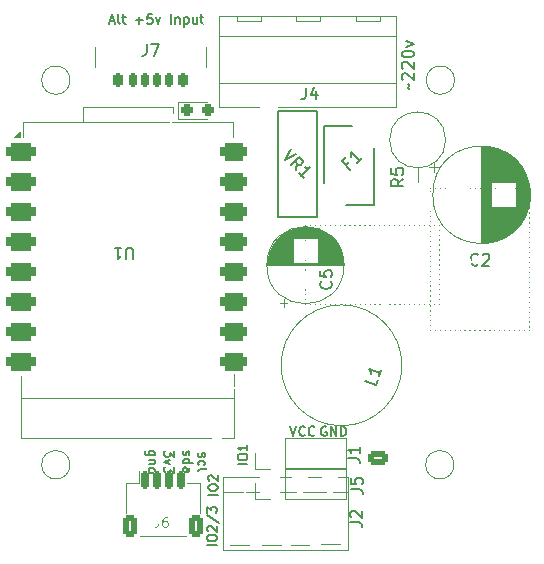
<source format=gbr>
%TF.GenerationSoftware,KiCad,Pcbnew,8.0.8*%
%TF.CreationDate,2025-02-25T00:33:20+03:00*%
%TF.ProjectId,SMHome_UniversalRound_ESP32_C3_Mini_v3,534d486f-6d65-45f5-956e-697665727361,12*%
%TF.SameCoordinates,Original*%
%TF.FileFunction,Legend,Top*%
%TF.FilePolarity,Positive*%
%FSLAX46Y46*%
G04 Gerber Fmt 4.6, Leading zero omitted, Abs format (unit mm)*
G04 Created by KiCad (PCBNEW 8.0.8) date 2025-02-25 00:33:20*
%MOMM*%
%LPD*%
G01*
G04 APERTURE LIST*
G04 Aperture macros list*
%AMRoundRect*
0 Rectangle with rounded corners*
0 $1 Rounding radius*
0 $2 $3 $4 $5 $6 $7 $8 $9 X,Y pos of 4 corners*
0 Add a 4 corners polygon primitive as box body*
4,1,4,$2,$3,$4,$5,$6,$7,$8,$9,$2,$3,0*
0 Add four circle primitives for the rounded corners*
1,1,$1+$1,$2,$3*
1,1,$1+$1,$4,$5*
1,1,$1+$1,$6,$7*
1,1,$1+$1,$8,$9*
0 Add four rect primitives between the rounded corners*
20,1,$1+$1,$2,$3,$4,$5,0*
20,1,$1+$1,$4,$5,$6,$7,0*
20,1,$1+$1,$6,$7,$8,$9,0*
20,1,$1+$1,$8,$9,$2,$3,0*%
G04 Aperture macros list end*
%ADD10C,0.100000*%
%ADD11C,0.150000*%
%ADD12C,0.200000*%
%ADD13C,0.120000*%
%ADD14R,1.700000X1.700000*%
%ADD15O,1.700000X1.700000*%
%ADD16C,2.400000*%
%ADD17O,2.400000X2.400000*%
%ADD18RoundRect,0.175000X0.175000X0.425000X-0.175000X0.425000X-0.175000X-0.425000X0.175000X-0.425000X0*%
%ADD19RoundRect,0.190000X-0.190000X-0.410000X0.190000X-0.410000X0.190000X0.410000X-0.190000X0.410000X0*%
%ADD20RoundRect,0.200000X-0.200000X-0.400000X0.200000X-0.400000X0.200000X0.400000X-0.200000X0.400000X0*%
%ADD21RoundRect,0.175000X-0.175000X-0.425000X0.175000X-0.425000X0.175000X0.425000X-0.175000X0.425000X0*%
%ADD22RoundRect,0.190000X0.190000X0.410000X-0.190000X0.410000X-0.190000X-0.410000X0.190000X-0.410000X0*%
%ADD23RoundRect,0.200000X0.200000X0.400000X-0.200000X0.400000X-0.200000X-0.400000X0.200000X-0.400000X0*%
%ADD24O,1.100000X1.700000*%
%ADD25C,2.200000*%
%ADD26RoundRect,0.237500X-0.287500X-0.237500X0.287500X-0.237500X0.287500X0.237500X-0.287500X0.237500X0*%
%ADD27R,1.600000X1.600000*%
%ADD28C,1.600000*%
%ADD29C,2.600000*%
%ADD30RoundRect,0.381000X-0.762000X-0.381000X0.762000X-0.381000X0.762000X0.381000X-0.762000X0.381000X0*%
%ADD31RoundRect,0.381000X-0.869000X-0.381000X0.869000X-0.381000X0.869000X0.381000X-0.869000X0.381000X0*%
%ADD32C,2.500000*%
%ADD33R,1.650000X1.650000*%
%ADD34C,1.800000*%
%ADD35RoundRect,0.150000X-0.150000X-0.625000X0.150000X-0.625000X0.150000X0.625000X-0.150000X0.625000X0*%
%ADD36RoundRect,0.250000X-0.350000X-0.650000X0.350000X-0.650000X0.350000X0.650000X-0.350000X0.650000X0*%
%ADD37RoundRect,0.250000X-0.625000X0.350000X-0.625000X-0.350000X0.625000X-0.350000X0.625000X0.350000X0*%
%ADD38O,1.750000X1.200000*%
%ADD39C,0.800000*%
%ADD40C,1.500000*%
G04 APERTURE END LIST*
D10*
X4826000Y4052580D02*
X4846000Y4052580D01*
X5246000Y4052580D02*
X5266000Y4052580D01*
X5666000Y4052580D02*
X5686000Y4052580D01*
X6086000Y4052580D02*
X6106000Y4052580D01*
X6506000Y4052580D02*
X6526000Y4052580D01*
X6926000Y4052580D02*
X6946000Y4052580D01*
X7346000Y4052580D02*
X7366000Y4052580D01*
X7766000Y4052580D02*
X7786000Y4052580D01*
X8186000Y4052580D02*
X8206000Y4052580D01*
X8606000Y4052580D02*
X8626000Y4052580D01*
X9026000Y4052580D02*
X9046000Y4052580D01*
X9446000Y4052580D02*
X9466000Y4052580D01*
X9866000Y4052580D02*
X9886000Y4052580D01*
X10286000Y4052580D02*
X10306000Y4052580D01*
X10706000Y4052580D02*
X10726000Y4052580D01*
X11126000Y4052580D02*
X11146000Y4052580D01*
X11546000Y4052580D02*
X11566000Y4052580D01*
X11966000Y4052580D02*
X11986000Y4052580D01*
X12386000Y4052580D02*
X12406000Y4052580D01*
X12806000Y4052580D02*
X12826000Y4052580D01*
X13226000Y4052580D02*
X13246000Y4052580D01*
X13646000Y4052580D02*
X13666000Y4052580D01*
X14066000Y4052580D02*
X14086000Y4052580D01*
X14486000Y4052580D02*
X14506000Y4052580D01*
X14906000Y4052580D02*
X14926000Y4052580D01*
X15326000Y4052580D02*
X15346000Y4052580D01*
X15746000Y4052580D02*
X15766000Y4052580D01*
X16166000Y4052580D02*
X16186000Y4052580D01*
X16205200Y4052580D02*
X16205200Y4032580D01*
X16205200Y3632580D02*
X16205200Y3612580D01*
X16205200Y3212580D02*
X16205200Y3192580D01*
X16205200Y2792580D02*
X16205200Y2772580D01*
X16205200Y2372580D02*
X16205200Y2352580D01*
X16205200Y1952580D02*
X16205200Y1932580D01*
X16205200Y1532580D02*
X16205200Y1512580D01*
X16205200Y1112580D02*
X16205200Y1092580D01*
X16205200Y692580D02*
X16205200Y672580D01*
X16205200Y272580D02*
X16205200Y252580D01*
X16205200Y-147420D02*
X16205200Y-167420D01*
X16205200Y-567420D02*
X16205200Y-587420D01*
X16205200Y-987420D02*
X16205200Y-1007420D01*
X16205200Y-1407420D02*
X16205200Y-1427420D01*
X16205200Y-1827420D02*
X16205200Y-1847420D01*
X16205200Y-2247420D02*
X16205200Y-2267420D01*
X16205200Y-2667420D02*
X16205200Y-2687420D01*
X16205200Y-2703820D02*
X16185200Y-2703820D01*
X15785200Y-2703820D02*
X15765200Y-2703820D01*
X15365200Y-2703820D02*
X15345200Y-2703820D01*
X14945200Y-2703820D02*
X14925200Y-2703820D01*
X14525200Y-2703820D02*
X14505200Y-2703820D01*
X14105200Y-2703820D02*
X14085200Y-2703820D01*
X13685200Y-2703820D02*
X13665200Y-2703820D01*
X13265200Y-2703820D02*
X13245200Y-2703820D01*
X12845200Y-2703820D02*
X12825200Y-2703820D01*
X12425200Y-2703820D02*
X12405200Y-2703820D01*
X12005200Y-2703820D02*
X11985200Y-2703820D01*
X11585200Y-2703820D02*
X11565200Y-2703820D01*
X11165200Y-2703820D02*
X11145200Y-2703820D01*
X10745200Y-2703820D02*
X10725200Y-2703820D01*
X10325200Y-2703820D02*
X10305200Y-2703820D01*
X9905200Y-2703820D02*
X9885200Y-2703820D01*
X9485200Y-2703820D02*
X9465200Y-2703820D01*
X9065200Y-2703820D02*
X9045200Y-2703820D01*
X8645200Y-2703820D02*
X8625200Y-2703820D01*
X8225200Y-2703820D02*
X8205200Y-2703820D01*
X7805200Y-2703820D02*
X7785200Y-2703820D01*
X7385200Y-2703820D02*
X7365200Y-2703820D01*
X6965200Y-2703820D02*
X6945200Y-2703820D01*
X6545200Y-2703820D02*
X6525200Y-2703820D01*
X6125200Y-2703820D02*
X6105200Y-2703820D01*
X5705200Y-2703820D02*
X5685200Y-2703820D01*
X5285200Y-2703820D02*
X5265200Y-2703820D01*
X4865200Y-2703820D02*
X4845200Y-2703820D01*
X4826000Y-2703820D02*
X4826000Y-2683820D01*
X4826000Y-2283820D02*
X4826000Y-2263820D01*
X4826000Y-1863820D02*
X4826000Y-1843820D01*
X4826000Y-1443820D02*
X4826000Y-1423820D01*
X4826000Y-1023820D02*
X4826000Y-1003820D01*
X4826000Y-603820D02*
X4826000Y-583820D01*
X4826000Y-183820D02*
X4826000Y-163820D01*
X4826000Y236180D02*
X4826000Y256180D01*
X4826000Y656180D02*
X4826000Y676180D01*
X4826000Y1076180D02*
X4826000Y1096180D01*
X4826000Y1496180D02*
X4826000Y1516180D01*
X4826000Y1916180D02*
X4826000Y1936180D01*
X4826000Y2336180D02*
X4826000Y2356180D01*
X4826000Y2756180D02*
X4826000Y2776180D01*
X4826000Y3176180D02*
X4826000Y3196180D01*
X4826000Y3596180D02*
X4826000Y3616180D01*
X4826000Y4016180D02*
X4826000Y4036180D01*
X15443200Y7188200D02*
X15463200Y7188200D01*
X15863200Y7188200D02*
X15883200Y7188200D01*
X16283200Y7188200D02*
X16303200Y7188200D01*
X16703200Y7188200D02*
X16723200Y7188200D01*
X17123200Y7188200D02*
X17143200Y7188200D01*
X17543200Y7188200D02*
X17563200Y7188200D01*
X17963200Y7188200D02*
X17983200Y7188200D01*
X18383200Y7188200D02*
X18403200Y7188200D01*
X18803200Y7188200D02*
X18823200Y7188200D01*
X19223200Y7188200D02*
X19243200Y7188200D01*
X19643200Y7188200D02*
X19663200Y7188200D01*
X20063200Y7188200D02*
X20083200Y7188200D01*
X20483200Y7188200D02*
X20503200Y7188200D01*
X20903200Y7188200D02*
X20923200Y7188200D01*
X21323200Y7188200D02*
X21343200Y7188200D01*
X21743200Y7188200D02*
X21763200Y7188200D01*
X22163200Y7188200D02*
X22183200Y7188200D01*
X22583200Y7188200D02*
X22603200Y7188200D01*
X23003200Y7188200D02*
X23023200Y7188200D01*
X23423200Y7188200D02*
X23443200Y7188200D01*
X23825200Y7188200D02*
X23825200Y7168200D01*
X23825200Y6768200D02*
X23825200Y6748200D01*
X23825200Y6348200D02*
X23825200Y6328200D01*
X23825200Y5928200D02*
X23825200Y5908200D01*
X23825200Y5508200D02*
X23825200Y5488200D01*
X23825200Y5088200D02*
X23825200Y5068200D01*
X23825200Y4668200D02*
X23825200Y4648200D01*
X23825200Y4248200D02*
X23825200Y4228200D01*
X23825200Y3828200D02*
X23825200Y3808200D01*
X23825200Y3408200D02*
X23825200Y3388200D01*
X23825200Y2988200D02*
X23825200Y2968200D01*
X23825200Y2568200D02*
X23825200Y2548200D01*
X23825200Y2148200D02*
X23825200Y2128200D01*
X23825200Y1728200D02*
X23825200Y1708200D01*
X23825200Y1308200D02*
X23825200Y1288200D01*
X23825200Y888200D02*
X23825200Y868200D01*
X23825200Y468200D02*
X23825200Y448200D01*
X23825200Y48200D02*
X23825200Y28200D01*
X23825200Y-371800D02*
X23825200Y-391800D01*
X23825200Y-791800D02*
X23825200Y-811800D01*
X23825200Y-1211800D02*
X23825200Y-1231800D01*
X23825200Y-1631800D02*
X23825200Y-1651800D01*
X23825200Y-2051800D02*
X23825200Y-2071800D01*
X23825200Y-2471800D02*
X23825200Y-2491800D01*
X23825200Y-2891800D02*
X23825200Y-2911800D01*
X23825200Y-3311800D02*
X23825200Y-3331800D01*
X23825200Y-3731800D02*
X23825200Y-3751800D01*
X23825200Y-4151800D02*
X23825200Y-4171800D01*
X23825200Y-4571800D02*
X23825200Y-4591800D01*
X23825200Y-4902200D02*
X23805200Y-4902200D01*
X23405200Y-4902200D02*
X23385200Y-4902200D01*
X22985200Y-4902200D02*
X22965200Y-4902200D01*
X22565200Y-4902200D02*
X22545200Y-4902200D01*
X22145200Y-4902200D02*
X22125200Y-4902200D01*
X21725200Y-4902200D02*
X21705200Y-4902200D01*
X21305200Y-4902200D02*
X21285200Y-4902200D01*
X20885200Y-4902200D02*
X20865200Y-4902200D01*
X20465200Y-4902200D02*
X20445200Y-4902200D01*
X20045200Y-4902200D02*
X20025200Y-4902200D01*
X19625200Y-4902200D02*
X19605200Y-4902200D01*
X19205200Y-4902200D02*
X19185200Y-4902200D01*
X18785200Y-4902200D02*
X18765200Y-4902200D01*
X18365200Y-4902200D02*
X18345200Y-4902200D01*
X17945200Y-4902200D02*
X17925200Y-4902200D01*
X17525200Y-4902200D02*
X17505200Y-4902200D01*
X17105200Y-4902200D02*
X17085200Y-4902200D01*
X16685200Y-4902200D02*
X16665200Y-4902200D01*
X16265200Y-4902200D02*
X16245200Y-4902200D01*
X15845200Y-4902200D02*
X15825200Y-4902200D01*
X15443200Y-4902200D02*
X15443200Y-4882200D01*
X15443200Y-4482200D02*
X15443200Y-4462200D01*
X15443200Y-4062200D02*
X15443200Y-4042200D01*
X15443200Y-3642200D02*
X15443200Y-3622200D01*
X15443200Y-3222200D02*
X15443200Y-3202200D01*
X15443200Y-2802200D02*
X15443200Y-2782200D01*
X15443200Y-2382200D02*
X15443200Y-2362200D01*
X15443200Y-1962200D02*
X15443200Y-1942200D01*
X15443200Y-1542200D02*
X15443200Y-1522200D01*
X15443200Y-1122200D02*
X15443200Y-1102200D01*
X15443200Y-702200D02*
X15443200Y-682200D01*
X15443200Y-282200D02*
X15443200Y-262200D01*
X15443200Y137800D02*
X15443200Y157800D01*
X15443200Y557800D02*
X15443200Y577800D01*
X15443200Y977800D02*
X15443200Y997800D01*
X15443200Y1397800D02*
X15443200Y1417800D01*
X15443200Y1817800D02*
X15443200Y1837800D01*
X15443200Y2237800D02*
X15443200Y2257800D01*
X15443200Y2657800D02*
X15443200Y2677800D01*
X15443200Y3077800D02*
X15443200Y3097800D01*
X15443200Y3497800D02*
X15443200Y3517800D01*
X15443200Y3917800D02*
X15443200Y3937800D01*
X15443200Y4337800D02*
X15443200Y4357800D01*
X15443200Y4757800D02*
X15443200Y4777800D01*
X15443200Y5177800D02*
X15443200Y5197800D01*
X15443200Y5597800D02*
X15443200Y5617800D01*
X15443200Y6017800D02*
X15443200Y6037800D01*
X15443200Y6437800D02*
X15443200Y6457800D01*
X15443200Y6857800D02*
X15443200Y6877800D01*
D11*
X6651807Y-13076990D02*
X6575617Y-13038895D01*
X6575617Y-13038895D02*
X6461331Y-13038895D01*
X6461331Y-13038895D02*
X6347045Y-13076990D01*
X6347045Y-13076990D02*
X6270855Y-13153180D01*
X6270855Y-13153180D02*
X6232760Y-13229371D01*
X6232760Y-13229371D02*
X6194664Y-13381752D01*
X6194664Y-13381752D02*
X6194664Y-13496038D01*
X6194664Y-13496038D02*
X6232760Y-13648419D01*
X6232760Y-13648419D02*
X6270855Y-13724609D01*
X6270855Y-13724609D02*
X6347045Y-13800800D01*
X6347045Y-13800800D02*
X6461331Y-13838895D01*
X6461331Y-13838895D02*
X6537522Y-13838895D01*
X6537522Y-13838895D02*
X6651807Y-13800800D01*
X6651807Y-13800800D02*
X6689903Y-13762704D01*
X6689903Y-13762704D02*
X6689903Y-13496038D01*
X6689903Y-13496038D02*
X6537522Y-13496038D01*
X7032760Y-13838895D02*
X7032760Y-13038895D01*
X7032760Y-13038895D02*
X7489903Y-13838895D01*
X7489903Y-13838895D02*
X7489903Y-13038895D01*
X7870855Y-13838895D02*
X7870855Y-13038895D01*
X7870855Y-13038895D02*
X8061331Y-13038895D01*
X8061331Y-13038895D02*
X8175617Y-13076990D01*
X8175617Y-13076990D02*
X8251807Y-13153180D01*
X8251807Y-13153180D02*
X8289902Y-13229371D01*
X8289902Y-13229371D02*
X8327998Y-13381752D01*
X8327998Y-13381752D02*
X8327998Y-13496038D01*
X8327998Y-13496038D02*
X8289902Y-13648419D01*
X8289902Y-13648419D02*
X8251807Y-13724609D01*
X8251807Y-13724609D02*
X8175617Y-13800800D01*
X8175617Y-13800800D02*
X8061331Y-13838895D01*
X8061331Y-13838895D02*
X7870855Y-13838895D01*
X-6282496Y-15097369D02*
X-6282496Y-15592607D01*
X-6282496Y-15592607D02*
X-6587258Y-15325941D01*
X-6587258Y-15325941D02*
X-6587258Y-15440226D01*
X-6587258Y-15440226D02*
X-6625353Y-15516417D01*
X-6625353Y-15516417D02*
X-6663448Y-15554512D01*
X-6663448Y-15554512D02*
X-6739639Y-15592607D01*
X-6739639Y-15592607D02*
X-6930115Y-15592607D01*
X-6930115Y-15592607D02*
X-7006305Y-15554512D01*
X-7006305Y-15554512D02*
X-7044400Y-15516417D01*
X-7044400Y-15516417D02*
X-7082496Y-15440226D01*
X-7082496Y-15440226D02*
X-7082496Y-15211655D01*
X-7082496Y-15211655D02*
X-7044400Y-15135464D01*
X-7044400Y-15135464D02*
X-7006305Y-15097369D01*
X-6549162Y-15859274D02*
X-7082496Y-16049750D01*
X-7082496Y-16049750D02*
X-6549162Y-16240227D01*
X-6282496Y-16468798D02*
X-6282496Y-16964036D01*
X-6282496Y-16964036D02*
X-6587258Y-16697370D01*
X-6587258Y-16697370D02*
X-6587258Y-16811655D01*
X-6587258Y-16811655D02*
X-6625353Y-16887846D01*
X-6625353Y-16887846D02*
X-6663448Y-16925941D01*
X-6663448Y-16925941D02*
X-6739639Y-16964036D01*
X-6739639Y-16964036D02*
X-6930115Y-16964036D01*
X-6930115Y-16964036D02*
X-7006305Y-16925941D01*
X-7006305Y-16925941D02*
X-7044400Y-16887846D01*
X-7044400Y-16887846D02*
X-7082496Y-16811655D01*
X-7082496Y-16811655D02*
X-7082496Y-16583084D01*
X-7082496Y-16583084D02*
X-7044400Y-16506893D01*
X-7044400Y-16506893D02*
X-7006305Y-16468798D01*
X-2645705Y-23078839D02*
X-3445705Y-23078839D01*
X-3445705Y-22545506D02*
X-3445705Y-22393125D01*
X-3445705Y-22393125D02*
X-3407610Y-22316935D01*
X-3407610Y-22316935D02*
X-3331420Y-22240744D01*
X-3331420Y-22240744D02*
X-3179039Y-22202649D01*
X-3179039Y-22202649D02*
X-2912372Y-22202649D01*
X-2912372Y-22202649D02*
X-2759991Y-22240744D01*
X-2759991Y-22240744D02*
X-2683800Y-22316935D01*
X-2683800Y-22316935D02*
X-2645705Y-22393125D01*
X-2645705Y-22393125D02*
X-2645705Y-22545506D01*
X-2645705Y-22545506D02*
X-2683800Y-22621697D01*
X-2683800Y-22621697D02*
X-2759991Y-22697887D01*
X-2759991Y-22697887D02*
X-2912372Y-22735983D01*
X-2912372Y-22735983D02*
X-3179039Y-22735983D01*
X-3179039Y-22735983D02*
X-3331420Y-22697887D01*
X-3331420Y-22697887D02*
X-3407610Y-22621697D01*
X-3407610Y-22621697D02*
X-3445705Y-22545506D01*
X-3369515Y-21897888D02*
X-3407610Y-21859792D01*
X-3407610Y-21859792D02*
X-3445705Y-21783602D01*
X-3445705Y-21783602D02*
X-3445705Y-21593126D01*
X-3445705Y-21593126D02*
X-3407610Y-21516935D01*
X-3407610Y-21516935D02*
X-3369515Y-21478840D01*
X-3369515Y-21478840D02*
X-3293324Y-21440745D01*
X-3293324Y-21440745D02*
X-3217134Y-21440745D01*
X-3217134Y-21440745D02*
X-3102848Y-21478840D01*
X-3102848Y-21478840D02*
X-2645705Y-21935983D01*
X-2645705Y-21935983D02*
X-2645705Y-21440745D01*
X-3483800Y-20526459D02*
X-2455229Y-21212173D01*
X-3445705Y-20335983D02*
X-3445705Y-19840745D01*
X-3445705Y-19840745D02*
X-3140943Y-20107411D01*
X-3140943Y-20107411D02*
X-3140943Y-19993126D01*
X-3140943Y-19993126D02*
X-3102848Y-19916935D01*
X-3102848Y-19916935D02*
X-3064753Y-19878840D01*
X-3064753Y-19878840D02*
X-2988562Y-19840745D01*
X-2988562Y-19840745D02*
X-2798086Y-19840745D01*
X-2798086Y-19840745D02*
X-2721896Y-19878840D01*
X-2721896Y-19878840D02*
X-2683800Y-19916935D01*
X-2683800Y-19916935D02*
X-2645705Y-19993126D01*
X-2645705Y-19993126D02*
X-2645705Y-20221697D01*
X-2645705Y-20221697D02*
X-2683800Y-20297888D01*
X-2683800Y-20297888D02*
X-2721896Y-20335983D01*
X-4148800Y-15287864D02*
X-4186896Y-15364055D01*
X-4186896Y-15364055D02*
X-4186896Y-15516436D01*
X-4186896Y-15516436D02*
X-4148800Y-15592626D01*
X-4148800Y-15592626D02*
X-4072610Y-15630722D01*
X-4072610Y-15630722D02*
X-4034515Y-15630722D01*
X-4034515Y-15630722D02*
X-3958324Y-15592626D01*
X-3958324Y-15592626D02*
X-3920229Y-15516436D01*
X-3920229Y-15516436D02*
X-3920229Y-15402150D01*
X-3920229Y-15402150D02*
X-3882134Y-15325960D01*
X-3882134Y-15325960D02*
X-3805943Y-15287864D01*
X-3805943Y-15287864D02*
X-3767848Y-15287864D01*
X-3767848Y-15287864D02*
X-3691658Y-15325960D01*
X-3691658Y-15325960D02*
X-3653562Y-15402150D01*
X-3653562Y-15402150D02*
X-3653562Y-15516436D01*
X-3653562Y-15516436D02*
X-3691658Y-15592626D01*
X-4148800Y-16316436D02*
X-4186896Y-16240245D01*
X-4186896Y-16240245D02*
X-4186896Y-16087864D01*
X-4186896Y-16087864D02*
X-4148800Y-16011674D01*
X-4148800Y-16011674D02*
X-4110705Y-15973579D01*
X-4110705Y-15973579D02*
X-4034515Y-15935483D01*
X-4034515Y-15935483D02*
X-3805943Y-15935483D01*
X-3805943Y-15935483D02*
X-3729753Y-15973579D01*
X-3729753Y-15973579D02*
X-3691658Y-16011674D01*
X-3691658Y-16011674D02*
X-3653562Y-16087864D01*
X-3653562Y-16087864D02*
X-3653562Y-16240245D01*
X-3653562Y-16240245D02*
X-3691658Y-16316436D01*
X-4186896Y-16773578D02*
X-4148800Y-16697388D01*
X-4148800Y-16697388D02*
X-4072610Y-16659293D01*
X-4072610Y-16659293D02*
X-3386896Y-16659293D01*
X-5444200Y-15135464D02*
X-5482296Y-15211655D01*
X-5482296Y-15211655D02*
X-5482296Y-15364036D01*
X-5482296Y-15364036D02*
X-5444200Y-15440226D01*
X-5444200Y-15440226D02*
X-5368010Y-15478322D01*
X-5368010Y-15478322D02*
X-5329915Y-15478322D01*
X-5329915Y-15478322D02*
X-5253724Y-15440226D01*
X-5253724Y-15440226D02*
X-5215629Y-15364036D01*
X-5215629Y-15364036D02*
X-5215629Y-15249750D01*
X-5215629Y-15249750D02*
X-5177534Y-15173560D01*
X-5177534Y-15173560D02*
X-5101343Y-15135464D01*
X-5101343Y-15135464D02*
X-5063248Y-15135464D01*
X-5063248Y-15135464D02*
X-4987058Y-15173560D01*
X-4987058Y-15173560D02*
X-4948962Y-15249750D01*
X-4948962Y-15249750D02*
X-4948962Y-15364036D01*
X-4948962Y-15364036D02*
X-4987058Y-15440226D01*
X-5482296Y-16164036D02*
X-4682296Y-16164036D01*
X-5444200Y-16164036D02*
X-5482296Y-16087845D01*
X-5482296Y-16087845D02*
X-5482296Y-15935464D01*
X-5482296Y-15935464D02*
X-5444200Y-15859274D01*
X-5444200Y-15859274D02*
X-5406105Y-15821179D01*
X-5406105Y-15821179D02*
X-5329915Y-15783083D01*
X-5329915Y-15783083D02*
X-5101343Y-15783083D01*
X-5101343Y-15783083D02*
X-5025153Y-15821179D01*
X-5025153Y-15821179D02*
X-4987058Y-15859274D01*
X-4987058Y-15859274D02*
X-4948962Y-15935464D01*
X-4948962Y-15935464D02*
X-4948962Y-16087845D01*
X-4948962Y-16087845D02*
X-4987058Y-16164036D01*
X-5482296Y-16887846D02*
X-5063248Y-16887846D01*
X-5063248Y-16887846D02*
X-4987058Y-16849751D01*
X-4987058Y-16849751D02*
X-4948962Y-16773560D01*
X-4948962Y-16773560D02*
X-4948962Y-16621179D01*
X-4948962Y-16621179D02*
X-4987058Y-16544989D01*
X-5444200Y-16887846D02*
X-5482296Y-16811655D01*
X-5482296Y-16811655D02*
X-5482296Y-16621179D01*
X-5482296Y-16621179D02*
X-5444200Y-16544989D01*
X-5444200Y-16544989D02*
X-5368010Y-16506893D01*
X-5368010Y-16506893D02*
X-5291820Y-16506893D01*
X-5291820Y-16506893D02*
X-5215629Y-16544989D01*
X-5215629Y-16544989D02*
X-5177534Y-16621179D01*
X-5177534Y-16621179D02*
X-5177534Y-16811655D01*
X-5177534Y-16811655D02*
X-5139439Y-16887846D01*
X-7869962Y-15491017D02*
X-8517581Y-15491017D01*
X-8517581Y-15491017D02*
X-8593772Y-15452922D01*
X-8593772Y-15452922D02*
X-8631867Y-15414826D01*
X-8631867Y-15414826D02*
X-8669962Y-15338636D01*
X-8669962Y-15338636D02*
X-8669962Y-15224350D01*
X-8669962Y-15224350D02*
X-8631867Y-15148160D01*
X-8365200Y-15491017D02*
X-8403296Y-15414826D01*
X-8403296Y-15414826D02*
X-8403296Y-15262445D01*
X-8403296Y-15262445D02*
X-8365200Y-15186255D01*
X-8365200Y-15186255D02*
X-8327105Y-15148160D01*
X-8327105Y-15148160D02*
X-8250915Y-15110064D01*
X-8250915Y-15110064D02*
X-8022343Y-15110064D01*
X-8022343Y-15110064D02*
X-7946153Y-15148160D01*
X-7946153Y-15148160D02*
X-7908058Y-15186255D01*
X-7908058Y-15186255D02*
X-7869962Y-15262445D01*
X-7869962Y-15262445D02*
X-7869962Y-15414826D01*
X-7869962Y-15414826D02*
X-7908058Y-15491017D01*
X-7869962Y-15871970D02*
X-8403296Y-15871970D01*
X-7946153Y-15871970D02*
X-7908058Y-15910065D01*
X-7908058Y-15910065D02*
X-7869962Y-15986255D01*
X-7869962Y-15986255D02*
X-7869962Y-16100541D01*
X-7869962Y-16100541D02*
X-7908058Y-16176732D01*
X-7908058Y-16176732D02*
X-7984248Y-16214827D01*
X-7984248Y-16214827D02*
X-8403296Y-16214827D01*
X-8403296Y-16938637D02*
X-7603296Y-16938637D01*
X-8365200Y-16938637D02*
X-8403296Y-16862446D01*
X-8403296Y-16862446D02*
X-8403296Y-16710065D01*
X-8403296Y-16710065D02*
X-8365200Y-16633875D01*
X-8365200Y-16633875D02*
X-8327105Y-16595780D01*
X-8327105Y-16595780D02*
X-8250915Y-16557684D01*
X-8250915Y-16557684D02*
X-8022343Y-16557684D01*
X-8022343Y-16557684D02*
X-7946153Y-16595780D01*
X-7946153Y-16595780D02*
X-7908058Y-16633875D01*
X-7908058Y-16633875D02*
X-7869962Y-16710065D01*
X-7869962Y-16710065D02*
X-7869962Y-16862446D01*
X-7869962Y-16862446D02*
X-7908058Y-16938637D01*
X3578474Y-13038895D02*
X3845141Y-13838895D01*
X3845141Y-13838895D02*
X4111807Y-13038895D01*
X4835617Y-13762704D02*
X4797521Y-13800800D01*
X4797521Y-13800800D02*
X4683236Y-13838895D01*
X4683236Y-13838895D02*
X4607045Y-13838895D01*
X4607045Y-13838895D02*
X4492759Y-13800800D01*
X4492759Y-13800800D02*
X4416569Y-13724609D01*
X4416569Y-13724609D02*
X4378474Y-13648419D01*
X4378474Y-13648419D02*
X4340378Y-13496038D01*
X4340378Y-13496038D02*
X4340378Y-13381752D01*
X4340378Y-13381752D02*
X4378474Y-13229371D01*
X4378474Y-13229371D02*
X4416569Y-13153180D01*
X4416569Y-13153180D02*
X4492759Y-13076990D01*
X4492759Y-13076990D02*
X4607045Y-13038895D01*
X4607045Y-13038895D02*
X4683236Y-13038895D01*
X4683236Y-13038895D02*
X4797521Y-13076990D01*
X4797521Y-13076990D02*
X4835617Y-13115085D01*
X5635617Y-13762704D02*
X5597521Y-13800800D01*
X5597521Y-13800800D02*
X5483236Y-13838895D01*
X5483236Y-13838895D02*
X5407045Y-13838895D01*
X5407045Y-13838895D02*
X5292759Y-13800800D01*
X5292759Y-13800800D02*
X5216569Y-13724609D01*
X5216569Y-13724609D02*
X5178474Y-13648419D01*
X5178474Y-13648419D02*
X5140378Y-13496038D01*
X5140378Y-13496038D02*
X5140378Y-13381752D01*
X5140378Y-13381752D02*
X5178474Y-13229371D01*
X5178474Y-13229371D02*
X5216569Y-13153180D01*
X5216569Y-13153180D02*
X5292759Y-13076990D01*
X5292759Y-13076990D02*
X5407045Y-13038895D01*
X5407045Y-13038895D02*
X5483236Y-13038895D01*
X5483236Y-13038895D02*
X5597521Y-13076990D01*
X5597521Y-13076990D02*
X5635617Y-13115085D01*
D12*
X13659466Y15492217D02*
X13611847Y15539836D01*
X13611847Y15539836D02*
X13564228Y15635074D01*
X13564228Y15635074D02*
X13659466Y15825550D01*
X13659466Y15825550D02*
X13611847Y15920788D01*
X13611847Y15920788D02*
X13564228Y15968407D01*
X13135657Y16301741D02*
X13088038Y16349360D01*
X13088038Y16349360D02*
X13040419Y16444598D01*
X13040419Y16444598D02*
X13040419Y16682693D01*
X13040419Y16682693D02*
X13088038Y16777931D01*
X13088038Y16777931D02*
X13135657Y16825550D01*
X13135657Y16825550D02*
X13230895Y16873169D01*
X13230895Y16873169D02*
X13326133Y16873169D01*
X13326133Y16873169D02*
X13468990Y16825550D01*
X13468990Y16825550D02*
X14040419Y16254122D01*
X14040419Y16254122D02*
X14040419Y16873169D01*
X13135657Y17254122D02*
X13088038Y17301741D01*
X13088038Y17301741D02*
X13040419Y17396979D01*
X13040419Y17396979D02*
X13040419Y17635074D01*
X13040419Y17635074D02*
X13088038Y17730312D01*
X13088038Y17730312D02*
X13135657Y17777931D01*
X13135657Y17777931D02*
X13230895Y17825550D01*
X13230895Y17825550D02*
X13326133Y17825550D01*
X13326133Y17825550D02*
X13468990Y17777931D01*
X13468990Y17777931D02*
X14040419Y17206503D01*
X14040419Y17206503D02*
X14040419Y17825550D01*
X13040419Y18444598D02*
X13040419Y18539836D01*
X13040419Y18539836D02*
X13088038Y18635074D01*
X13088038Y18635074D02*
X13135657Y18682693D01*
X13135657Y18682693D02*
X13230895Y18730312D01*
X13230895Y18730312D02*
X13421371Y18777931D01*
X13421371Y18777931D02*
X13659466Y18777931D01*
X13659466Y18777931D02*
X13849942Y18730312D01*
X13849942Y18730312D02*
X13945180Y18682693D01*
X13945180Y18682693D02*
X13992800Y18635074D01*
X13992800Y18635074D02*
X14040419Y18539836D01*
X14040419Y18539836D02*
X14040419Y18444598D01*
X14040419Y18444598D02*
X13992800Y18349360D01*
X13992800Y18349360D02*
X13945180Y18301741D01*
X13945180Y18301741D02*
X13849942Y18254122D01*
X13849942Y18254122D02*
X13659466Y18206503D01*
X13659466Y18206503D02*
X13421371Y18206503D01*
X13421371Y18206503D02*
X13230895Y18254122D01*
X13230895Y18254122D02*
X13135657Y18301741D01*
X13135657Y18301741D02*
X13088038Y18349360D01*
X13088038Y18349360D02*
X13040419Y18444598D01*
X13373752Y19111265D02*
X14040419Y19349360D01*
X14040419Y19349360D02*
X13373752Y19587455D01*
D11*
X-11686936Y21289277D02*
X-11305983Y21289277D01*
X-11763126Y21060705D02*
X-11496459Y21860705D01*
X-11496459Y21860705D02*
X-11229793Y21060705D01*
X-10848841Y21060705D02*
X-10925031Y21098800D01*
X-10925031Y21098800D02*
X-10963126Y21174991D01*
X-10963126Y21174991D02*
X-10963126Y21860705D01*
X-10658364Y21594039D02*
X-10353602Y21594039D01*
X-10544078Y21860705D02*
X-10544078Y21174991D01*
X-10544078Y21174991D02*
X-10505983Y21098800D01*
X-10505983Y21098800D02*
X-10429793Y21060705D01*
X-10429793Y21060705D02*
X-10353602Y21060705D01*
X-9477411Y21365467D02*
X-8867887Y21365467D01*
X-9172649Y21060705D02*
X-9172649Y21670229D01*
X-8105983Y21860705D02*
X-8486935Y21860705D01*
X-8486935Y21860705D02*
X-8525031Y21479753D01*
X-8525031Y21479753D02*
X-8486935Y21517848D01*
X-8486935Y21517848D02*
X-8410745Y21555943D01*
X-8410745Y21555943D02*
X-8220269Y21555943D01*
X-8220269Y21555943D02*
X-8144078Y21517848D01*
X-8144078Y21517848D02*
X-8105983Y21479753D01*
X-8105983Y21479753D02*
X-8067888Y21403562D01*
X-8067888Y21403562D02*
X-8067888Y21213086D01*
X-8067888Y21213086D02*
X-8105983Y21136896D01*
X-8105983Y21136896D02*
X-8144078Y21098800D01*
X-8144078Y21098800D02*
X-8220269Y21060705D01*
X-8220269Y21060705D02*
X-8410745Y21060705D01*
X-8410745Y21060705D02*
X-8486935Y21098800D01*
X-8486935Y21098800D02*
X-8525031Y21136896D01*
X-7801221Y21594039D02*
X-7610745Y21060705D01*
X-7610745Y21060705D02*
X-7420268Y21594039D01*
X-6505982Y21060705D02*
X-6505982Y21860705D01*
X-6125030Y21594039D02*
X-6125030Y21060705D01*
X-6125030Y21517848D02*
X-6086935Y21555943D01*
X-6086935Y21555943D02*
X-6010745Y21594039D01*
X-6010745Y21594039D02*
X-5896459Y21594039D01*
X-5896459Y21594039D02*
X-5820268Y21555943D01*
X-5820268Y21555943D02*
X-5782173Y21479753D01*
X-5782173Y21479753D02*
X-5782173Y21060705D01*
X-5401220Y21594039D02*
X-5401220Y20794039D01*
X-5401220Y21555943D02*
X-5325030Y21594039D01*
X-5325030Y21594039D02*
X-5172649Y21594039D01*
X-5172649Y21594039D02*
X-5096458Y21555943D01*
X-5096458Y21555943D02*
X-5058363Y21517848D01*
X-5058363Y21517848D02*
X-5020268Y21441658D01*
X-5020268Y21441658D02*
X-5020268Y21213086D01*
X-5020268Y21213086D02*
X-5058363Y21136896D01*
X-5058363Y21136896D02*
X-5096458Y21098800D01*
X-5096458Y21098800D02*
X-5172649Y21060705D01*
X-5172649Y21060705D02*
X-5325030Y21060705D01*
X-5325030Y21060705D02*
X-5401220Y21098800D01*
X-4334553Y21594039D02*
X-4334553Y21060705D01*
X-4677410Y21594039D02*
X-4677410Y21174991D01*
X-4677410Y21174991D02*
X-4639315Y21098800D01*
X-4639315Y21098800D02*
X-4563125Y21060705D01*
X-4563125Y21060705D02*
X-4448839Y21060705D01*
X-4448839Y21060705D02*
X-4372648Y21098800D01*
X-4372648Y21098800D02*
X-4334553Y21136896D01*
X-4067886Y21594039D02*
X-3763124Y21594039D01*
X-3953600Y21860705D02*
X-3953600Y21174991D01*
X-3953600Y21174991D02*
X-3915505Y21098800D01*
X-3915505Y21098800D02*
X-3839315Y21060705D01*
X-3839315Y21060705D02*
X-3763124Y21060705D01*
X-2544105Y-18811639D02*
X-3344105Y-18811639D01*
X-3344105Y-18278306D02*
X-3344105Y-18125925D01*
X-3344105Y-18125925D02*
X-3306010Y-18049735D01*
X-3306010Y-18049735D02*
X-3229820Y-17973544D01*
X-3229820Y-17973544D02*
X-3077439Y-17935449D01*
X-3077439Y-17935449D02*
X-2810772Y-17935449D01*
X-2810772Y-17935449D02*
X-2658391Y-17973544D01*
X-2658391Y-17973544D02*
X-2582200Y-18049735D01*
X-2582200Y-18049735D02*
X-2544105Y-18125925D01*
X-2544105Y-18125925D02*
X-2544105Y-18278306D01*
X-2544105Y-18278306D02*
X-2582200Y-18354497D01*
X-2582200Y-18354497D02*
X-2658391Y-18430687D01*
X-2658391Y-18430687D02*
X-2810772Y-18468783D01*
X-2810772Y-18468783D02*
X-3077439Y-18468783D01*
X-3077439Y-18468783D02*
X-3229820Y-18430687D01*
X-3229820Y-18430687D02*
X-3306010Y-18354497D01*
X-3306010Y-18354497D02*
X-3344105Y-18278306D01*
X-3267915Y-17630688D02*
X-3306010Y-17592592D01*
X-3306010Y-17592592D02*
X-3344105Y-17516402D01*
X-3344105Y-17516402D02*
X-3344105Y-17325926D01*
X-3344105Y-17325926D02*
X-3306010Y-17249735D01*
X-3306010Y-17249735D02*
X-3267915Y-17211640D01*
X-3267915Y-17211640D02*
X-3191724Y-17173545D01*
X-3191724Y-17173545D02*
X-3115534Y-17173545D01*
X-3115534Y-17173545D02*
X-3001248Y-17211640D01*
X-3001248Y-17211640D02*
X-2544105Y-17668783D01*
X-2544105Y-17668783D02*
X-2544105Y-17173545D01*
X-29505Y-16246239D02*
X-829505Y-16246239D01*
X-829505Y-15712906D02*
X-829505Y-15560525D01*
X-829505Y-15560525D02*
X-791410Y-15484335D01*
X-791410Y-15484335D02*
X-715220Y-15408144D01*
X-715220Y-15408144D02*
X-562839Y-15370049D01*
X-562839Y-15370049D02*
X-296172Y-15370049D01*
X-296172Y-15370049D02*
X-143791Y-15408144D01*
X-143791Y-15408144D02*
X-67600Y-15484335D01*
X-67600Y-15484335D02*
X-29505Y-15560525D01*
X-29505Y-15560525D02*
X-29505Y-15712906D01*
X-29505Y-15712906D02*
X-67600Y-15789097D01*
X-67600Y-15789097D02*
X-143791Y-15865287D01*
X-143791Y-15865287D02*
X-296172Y-15903383D01*
X-296172Y-15903383D02*
X-562839Y-15903383D01*
X-562839Y-15903383D02*
X-715220Y-15865287D01*
X-715220Y-15865287D02*
X-791410Y-15789097D01*
X-791410Y-15789097D02*
X-829505Y-15712906D01*
X-29505Y-14608145D02*
X-29505Y-15065288D01*
X-29505Y-14836716D02*
X-829505Y-14836716D01*
X-829505Y-14836716D02*
X-715220Y-14912907D01*
X-715220Y-14912907D02*
X-639029Y-14989097D01*
X-639029Y-14989097D02*
X-600934Y-15065288D01*
X8471819Y-15751133D02*
X9186104Y-15751133D01*
X9186104Y-15751133D02*
X9328961Y-15798752D01*
X9328961Y-15798752D02*
X9424200Y-15893990D01*
X9424200Y-15893990D02*
X9471819Y-16036847D01*
X9471819Y-16036847D02*
X9471819Y-16132085D01*
X9471819Y-14751133D02*
X9471819Y-15322561D01*
X9471819Y-15036847D02*
X8471819Y-15036847D01*
X8471819Y-15036847D02*
X8614676Y-15132085D01*
X8614676Y-15132085D02*
X8709914Y-15227323D01*
X8709914Y-15227323D02*
X8757533Y-15322561D01*
X13154819Y7910534D02*
X12678628Y7577201D01*
X13154819Y7339106D02*
X12154819Y7339106D01*
X12154819Y7339106D02*
X12154819Y7720058D01*
X12154819Y7720058D02*
X12202438Y7815296D01*
X12202438Y7815296D02*
X12250057Y7862915D01*
X12250057Y7862915D02*
X12345295Y7910534D01*
X12345295Y7910534D02*
X12488152Y7910534D01*
X12488152Y7910534D02*
X12583390Y7862915D01*
X12583390Y7862915D02*
X12631009Y7815296D01*
X12631009Y7815296D02*
X12678628Y7720058D01*
X12678628Y7720058D02*
X12678628Y7339106D01*
X12154819Y8815296D02*
X12154819Y8339106D01*
X12154819Y8339106D02*
X12631009Y8291487D01*
X12631009Y8291487D02*
X12583390Y8339106D01*
X12583390Y8339106D02*
X12535771Y8434344D01*
X12535771Y8434344D02*
X12535771Y8672439D01*
X12535771Y8672439D02*
X12583390Y8767677D01*
X12583390Y8767677D02*
X12631009Y8815296D01*
X12631009Y8815296D02*
X12726247Y8862915D01*
X12726247Y8862915D02*
X12964342Y8862915D01*
X12964342Y8862915D02*
X13059580Y8815296D01*
X13059580Y8815296D02*
X13107200Y8767677D01*
X13107200Y8767677D02*
X13154819Y8672439D01*
X13154819Y8672439D02*
X13154819Y8434344D01*
X13154819Y8434344D02*
X13107200Y8339106D01*
X13107200Y8339106D02*
X13059580Y8291487D01*
X-8562934Y19344781D02*
X-8562934Y18630496D01*
X-8562934Y18630496D02*
X-8610553Y18487639D01*
X-8610553Y18487639D02*
X-8705791Y18392400D01*
X-8705791Y18392400D02*
X-8848648Y18344781D01*
X-8848648Y18344781D02*
X-8943886Y18344781D01*
X-8181981Y19344781D02*
X-7515315Y19344781D01*
X-7515315Y19344781D02*
X-7943886Y18344781D01*
X8529597Y9314770D02*
X8293894Y9079068D01*
X8664284Y8708678D02*
X7957177Y9415785D01*
X7957177Y9415785D02*
X8293894Y9752503D01*
X9640764Y9685159D02*
X9236703Y9281098D01*
X9438734Y9483129D02*
X8731627Y10190235D01*
X8731627Y10190235D02*
X8765299Y10021877D01*
X8765299Y10021877D02*
X8765299Y9887190D01*
X8765299Y9887190D02*
X8731627Y9786174D01*
X7014380Y-765466D02*
X7062000Y-813085D01*
X7062000Y-813085D02*
X7109619Y-955942D01*
X7109619Y-955942D02*
X7109619Y-1051180D01*
X7109619Y-1051180D02*
X7062000Y-1194037D01*
X7062000Y-1194037D02*
X6966761Y-1289275D01*
X6966761Y-1289275D02*
X6871523Y-1336894D01*
X6871523Y-1336894D02*
X6681047Y-1384513D01*
X6681047Y-1384513D02*
X6538190Y-1384513D01*
X6538190Y-1384513D02*
X6347714Y-1336894D01*
X6347714Y-1336894D02*
X6252476Y-1289275D01*
X6252476Y-1289275D02*
X6157238Y-1194037D01*
X6157238Y-1194037D02*
X6109619Y-1051180D01*
X6109619Y-1051180D02*
X6109619Y-955942D01*
X6109619Y-955942D02*
X6157238Y-813085D01*
X6157238Y-813085D02*
X6204857Y-765466D01*
X6109619Y139296D02*
X6109619Y-336894D01*
X6109619Y-336894D02*
X6585809Y-384513D01*
X6585809Y-384513D02*
X6538190Y-336894D01*
X6538190Y-336894D02*
X6490571Y-241656D01*
X6490571Y-241656D02*
X6490571Y-3561D01*
X6490571Y-3561D02*
X6538190Y91677D01*
X6538190Y91677D02*
X6585809Y139296D01*
X6585809Y139296D02*
X6681047Y186915D01*
X6681047Y186915D02*
X6919142Y186915D01*
X6919142Y186915D02*
X7014380Y139296D01*
X7014380Y139296D02*
X7062000Y91677D01*
X7062000Y91677D02*
X7109619Y-3561D01*
X7109619Y-3561D02*
X7109619Y-241656D01*
X7109619Y-241656D02*
X7062000Y-336894D01*
X7062000Y-336894D02*
X7014380Y-384513D01*
X11003035Y-9074578D02*
X10840169Y-9522051D01*
X10840169Y-9522051D02*
X9900476Y-9180030D01*
X11296196Y-8269127D02*
X11100755Y-8806094D01*
X11198476Y-8537610D02*
X10258783Y-8195590D01*
X10258783Y-8195590D02*
X10360451Y-8333945D01*
X10360451Y-8333945D02*
X10417373Y-8456013D01*
X10417373Y-8456013D02*
X10429546Y-8561794D01*
X19492933Y681820D02*
X19445314Y634200D01*
X19445314Y634200D02*
X19302457Y586581D01*
X19302457Y586581D02*
X19207219Y586581D01*
X19207219Y586581D02*
X19064362Y634200D01*
X19064362Y634200D02*
X18969124Y729439D01*
X18969124Y729439D02*
X18921505Y824677D01*
X18921505Y824677D02*
X18873886Y1015153D01*
X18873886Y1015153D02*
X18873886Y1158010D01*
X18873886Y1158010D02*
X18921505Y1348486D01*
X18921505Y1348486D02*
X18969124Y1443724D01*
X18969124Y1443724D02*
X19064362Y1538962D01*
X19064362Y1538962D02*
X19207219Y1586581D01*
X19207219Y1586581D02*
X19302457Y1586581D01*
X19302457Y1586581D02*
X19445314Y1538962D01*
X19445314Y1538962D02*
X19492933Y1491343D01*
X19873886Y1491343D02*
X19921505Y1538962D01*
X19921505Y1538962D02*
X20016743Y1586581D01*
X20016743Y1586581D02*
X20254838Y1586581D01*
X20254838Y1586581D02*
X20350076Y1538962D01*
X20350076Y1538962D02*
X20397695Y1491343D01*
X20397695Y1491343D02*
X20445314Y1396105D01*
X20445314Y1396105D02*
X20445314Y1300867D01*
X20445314Y1300867D02*
X20397695Y1158010D01*
X20397695Y1158010D02*
X19826267Y586581D01*
X19826267Y586581D02*
X20445314Y586581D01*
X-9715596Y1105820D02*
X-9715596Y1915343D01*
X-9715596Y1915343D02*
X-9763215Y2010581D01*
X-9763215Y2010581D02*
X-9810834Y2058200D01*
X-9810834Y2058200D02*
X-9906072Y2105820D01*
X-9906072Y2105820D02*
X-10096548Y2105820D01*
X-10096548Y2105820D02*
X-10191786Y2058200D01*
X-10191786Y2058200D02*
X-10239405Y2010581D01*
X-10239405Y2010581D02*
X-10287024Y1915343D01*
X-10287024Y1915343D02*
X-10287024Y1105820D01*
X-11287024Y2105820D02*
X-10715596Y2105820D01*
X-11001310Y2105820D02*
X-11001310Y1105820D01*
X-11001310Y1105820D02*
X-10906072Y1248677D01*
X-10906072Y1248677D02*
X-10810834Y1343915D01*
X-10810834Y1343915D02*
X-10715596Y1391534D01*
X4899066Y15658181D02*
X4899066Y14943896D01*
X4899066Y14943896D02*
X4851447Y14801039D01*
X4851447Y14801039D02*
X4756209Y14705800D01*
X4756209Y14705800D02*
X4613352Y14658181D01*
X4613352Y14658181D02*
X4518114Y14658181D01*
X5803828Y15324848D02*
X5803828Y14658181D01*
X5565733Y15705800D02*
X5327638Y14991515D01*
X5327638Y14991515D02*
X5946685Y14991515D01*
X8725819Y-18367333D02*
X9440104Y-18367333D01*
X9440104Y-18367333D02*
X9582961Y-18414952D01*
X9582961Y-18414952D02*
X9678200Y-18510190D01*
X9678200Y-18510190D02*
X9725819Y-18653047D01*
X9725819Y-18653047D02*
X9725819Y-18748285D01*
X8725819Y-17414952D02*
X8725819Y-17891142D01*
X8725819Y-17891142D02*
X9202009Y-17938761D01*
X9202009Y-17938761D02*
X9154390Y-17891142D01*
X9154390Y-17891142D02*
X9106771Y-17795904D01*
X9106771Y-17795904D02*
X9106771Y-17557809D01*
X9106771Y-17557809D02*
X9154390Y-17462571D01*
X9154390Y-17462571D02*
X9202009Y-17414952D01*
X9202009Y-17414952D02*
X9297247Y-17367333D01*
X9297247Y-17367333D02*
X9535342Y-17367333D01*
X9535342Y-17367333D02*
X9630580Y-17414952D01*
X9630580Y-17414952D02*
X9678200Y-17462571D01*
X9678200Y-17462571D02*
X9725819Y-17557809D01*
X9725819Y-17557809D02*
X9725819Y-17795904D01*
X9725819Y-17795904D02*
X9678200Y-17891142D01*
X9678200Y-17891142D02*
X9630580Y-17938761D01*
X3640927Y10480875D02*
X3169523Y9538066D01*
X3169523Y9538066D02*
X4112332Y10009470D01*
X4044989Y8662600D02*
X4146004Y9235020D01*
X3640928Y9066661D02*
X4348034Y9773768D01*
X4348034Y9773768D02*
X4617408Y9504394D01*
X4617408Y9504394D02*
X4651080Y9403379D01*
X4651080Y9403379D02*
X4651080Y9336035D01*
X4651080Y9336035D02*
X4617408Y9235020D01*
X4617408Y9235020D02*
X4516393Y9134005D01*
X4516393Y9134005D02*
X4415378Y9100333D01*
X4415378Y9100333D02*
X4348034Y9100333D01*
X4348034Y9100333D02*
X4247019Y9134005D01*
X4247019Y9134005D02*
X3977645Y9403379D01*
X4718424Y7989165D02*
X4314363Y8393226D01*
X4516393Y8191196D02*
X5223500Y8898302D01*
X5223500Y8898302D02*
X5055141Y8864631D01*
X5055141Y8864631D02*
X4920454Y8864631D01*
X4920454Y8864631D02*
X4819439Y8898302D01*
X8675019Y-21161333D02*
X9389304Y-21161333D01*
X9389304Y-21161333D02*
X9532161Y-21208952D01*
X9532161Y-21208952D02*
X9627400Y-21304190D01*
X9627400Y-21304190D02*
X9675019Y-21447047D01*
X9675019Y-21447047D02*
X9675019Y-21542285D01*
X8770257Y-20732761D02*
X8722638Y-20685142D01*
X8722638Y-20685142D02*
X8675019Y-20589904D01*
X8675019Y-20589904D02*
X8675019Y-20351809D01*
X8675019Y-20351809D02*
X8722638Y-20256571D01*
X8722638Y-20256571D02*
X8770257Y-20208952D01*
X8770257Y-20208952D02*
X8865495Y-20161333D01*
X8865495Y-20161333D02*
X8960733Y-20161333D01*
X8960733Y-20161333D02*
X9103590Y-20208952D01*
X9103590Y-20208952D02*
X9675019Y-20780380D01*
X9675019Y-20780380D02*
X9675019Y-20161333D01*
D10*
X-7581867Y-20723095D02*
X-7581867Y-21294523D01*
X-7581867Y-21294523D02*
X-7619962Y-21408809D01*
X-7619962Y-21408809D02*
X-7696153Y-21485000D01*
X-7696153Y-21485000D02*
X-7810438Y-21523095D01*
X-7810438Y-21523095D02*
X-7886629Y-21523095D01*
X-6858057Y-20723095D02*
X-7010438Y-20723095D01*
X-7010438Y-20723095D02*
X-7086629Y-20761190D01*
X-7086629Y-20761190D02*
X-7124724Y-20799285D01*
X-7124724Y-20799285D02*
X-7200914Y-20913571D01*
X-7200914Y-20913571D02*
X-7239010Y-21065952D01*
X-7239010Y-21065952D02*
X-7239010Y-21370714D01*
X-7239010Y-21370714D02*
X-7200914Y-21446904D01*
X-7200914Y-21446904D02*
X-7162819Y-21485000D01*
X-7162819Y-21485000D02*
X-7086629Y-21523095D01*
X-7086629Y-21523095D02*
X-6934248Y-21523095D01*
X-6934248Y-21523095D02*
X-6858057Y-21485000D01*
X-6858057Y-21485000D02*
X-6819962Y-21446904D01*
X-6819962Y-21446904D02*
X-6781867Y-21370714D01*
X-6781867Y-21370714D02*
X-6781867Y-21180238D01*
X-6781867Y-21180238D02*
X-6819962Y-21104047D01*
X-6819962Y-21104047D02*
X-6858057Y-21065952D01*
X-6858057Y-21065952D02*
X-6934248Y-21027857D01*
X-6934248Y-21027857D02*
X-7086629Y-21027857D01*
X-7086629Y-21027857D02*
X-7162819Y-21065952D01*
X-7162819Y-21065952D02*
X-7200914Y-21104047D01*
X-7200914Y-21104047D02*
X-7239010Y-21180238D01*
D13*
%TO.C,J1*%
X573600Y-16646200D02*
X573600Y-15316200D01*
X1903600Y-16646200D02*
X573600Y-16646200D01*
X3173601Y-13986200D02*
X8313599Y-13986200D01*
X3173601Y-16646200D02*
X3173601Y-13986200D01*
X3173601Y-16646200D02*
X8313599Y-16646200D01*
X8313599Y-16646200D02*
X8313599Y-13986200D01*
%TO.C,R5*%
X14376400Y8856800D02*
X14376399Y7646800D01*
X16746400Y11226800D02*
G75*
G02*
X12006400Y11226800I-2370000J0D01*
G01*
X12006400Y11226800D02*
G75*
G02*
X16746400Y11226800I2370000J0D01*
G01*
%TO.C,J7*%
X-12899600Y19130200D02*
X-12899600Y17430200D01*
X-3559600Y19130200D02*
X-3559600Y17430200D01*
D11*
%TO.C,F1*%
X6485200Y12420600D02*
X6485200Y7594600D01*
X8788400Y12420600D02*
X6485200Y12420600D01*
X10718800Y10541000D02*
X10718800Y5714999D01*
X10718800Y5714999D02*
X8280400Y5715000D01*
D13*
%TO.C,TP4*%
X17506800Y16281400D02*
G75*
G02*
X15106800Y16281400I-1200000J0D01*
G01*
X15106800Y16281400D02*
G75*
G02*
X17506800Y16281400I1200000J0D01*
G01*
%TO.C,D3*%
X-5927200Y14451000D02*
X-5927200Y12981000D01*
X-5927200Y12981000D02*
X-3467200Y12981000D01*
X-3467200Y14451000D02*
X-5927200Y14451000D01*
%TO.C,C5*%
X1646800Y695000D02*
X8106800Y695000D01*
X1646800Y655000D02*
X8106800Y655000D01*
X1646801Y615000D02*
X8106799Y615000D01*
X1648800Y735000D02*
X8104800Y735000D01*
X1649800Y775000D02*
X8103800Y775000D01*
X1652800Y815000D02*
X8100800Y815000D01*
X1654800Y855000D02*
X3836800Y855000D01*
X1658800Y895000D02*
X3836800Y894999D01*
X1661800Y935000D02*
X3836800Y935000D01*
X1665800Y975000D02*
X3836800Y975000D01*
X1670800Y1015000D02*
X3836800Y1015000D01*
X1675800Y1055000D02*
X3836799Y1055000D01*
X1681800Y1095000D02*
X3836800Y1095000D01*
X1687799Y1135000D02*
X3836800Y1135000D01*
X1694800Y1175000D02*
X3836800Y1175000D01*
X1701800Y1215001D02*
X3836799Y1215000D01*
X1709800Y1255000D02*
X3836800Y1255000D01*
X1717800Y1295000D02*
X3836800Y1295000D01*
X1726800Y1336000D02*
X3836799Y1336000D01*
X1735800Y1376000D02*
X3836800Y1376000D01*
X1745800Y1416000D02*
X3836800Y1416000D01*
X1755800Y1456000D02*
X3836800Y1456000D01*
X1766799Y1496000D02*
X3836799Y1496000D01*
X1778800Y1536000D02*
X3836800Y1536000D01*
X1790800Y1576001D02*
X3836800Y1576000D01*
X1802800Y1616000D02*
X3836800Y1615999D01*
X1815801Y1656000D02*
X3836800Y1656001D01*
X1829801Y1696000D02*
X3836800Y1696000D01*
X1843800Y1736000D02*
X3836800Y1736000D01*
X1858800Y1776000D02*
X3836799Y1776000D01*
X1874800Y1816000D02*
X3836800Y1816000D01*
X1890800Y1856000D02*
X3836800Y1856000D01*
X1906800Y1896000D02*
X3836800Y1896000D01*
X1924800Y1936000D02*
X3836799Y1936000D01*
X1942800Y1976000D02*
X3836800Y1976000D01*
X1960801Y2016000D02*
X3836800Y2016000D01*
X1980800Y2056000D02*
X3836800Y2056000D01*
X2000800Y2096001D02*
X3836800Y2096001D01*
X2020800Y2136000D02*
X3836800Y2136000D01*
X2042800Y2176000D02*
X3836800Y2176000D01*
X2064800Y2216000D02*
X3836800Y2215999D01*
X2086800Y2256000D02*
X3836800Y2256000D01*
X2110801Y2296000D02*
X3836800Y2296000D01*
X2134800Y2336000D02*
X3836800Y2336000D01*
X2160800Y2376001D02*
X3836799Y2376000D01*
X2186800Y2416000D02*
X3836800Y2416000D01*
X2212800Y2456001D02*
X3836800Y2456000D01*
X2240800Y2496000D02*
X3836800Y2496000D01*
X2269800Y2536000D02*
X3836800Y2536001D01*
X2298800Y2576000D02*
X3836800Y2576000D01*
X2328800Y2616000D02*
X3836800Y2616000D01*
X2360800Y2656000D02*
X3836800Y2655999D01*
X2392800Y2696000D02*
X3836800Y2696000D01*
X2426799Y2736000D02*
X3836800Y2736000D01*
X2460800Y2776000D02*
X3836800Y2776000D01*
X2496799Y2816000D02*
X3836799Y2816000D01*
X2533800Y2856000D02*
X3836800Y2856000D01*
X2571800Y2896000D02*
X3836800Y2896000D01*
X2611800Y2936000D02*
X7141800Y2936000D01*
X2652800Y2976000D02*
X7100800Y2976000D01*
X2694800Y3016000D02*
X7058800Y3016000D01*
X2722800Y-2570241D02*
X3352800Y-2570241D01*
X2739800Y3056000D02*
X7013800Y3056000D01*
X2784800Y3096000D02*
X6968800Y3096000D01*
X2832800Y3136000D02*
X6920800Y3136000D01*
X2881800Y3176000D02*
X6871800Y3176000D01*
X2932800Y3216000D02*
X6820800Y3216000D01*
X2986800Y3256000D02*
X6766800Y3256000D01*
X3037800Y-2885241D02*
X3037800Y-2255241D01*
X3042800Y3296000D02*
X6710800Y3296000D01*
X3100799Y3336000D02*
X6652801Y3336000D01*
X3162800Y3376000D02*
X6590800Y3376000D01*
X3226800Y3416000D02*
X6526800Y3416000D01*
X3295800Y3456000D02*
X6457800Y3456000D01*
X3367800Y3496000D02*
X6385800Y3496000D01*
X3444800Y3535999D02*
X6308800Y3535999D01*
X3526800Y3576000D02*
X6226800Y3576000D01*
X3614800Y3616000D02*
X6138800Y3616000D01*
X3711800Y3656000D02*
X6041800Y3656000D01*
X3817799Y3696000D02*
X5935801Y3696000D01*
X3936800Y3736000D02*
X5816800Y3736000D01*
X4074799Y3776000D02*
X5678801Y3776000D01*
X4243800Y3816000D02*
X5509800Y3816000D01*
X4474801Y3856000D02*
X5278799Y3856000D01*
X5916800Y2896000D02*
X7181800Y2896000D01*
X5916800Y2856000D02*
X7219800Y2856000D01*
X5916800Y2776000D02*
X7292800Y2776000D01*
X5916800Y2736000D02*
X7326801Y2736000D01*
X5916800Y2696000D02*
X7360800Y2696000D01*
X5916800Y2655999D02*
X7392800Y2656000D01*
X5916800Y2616000D02*
X7424800Y2616000D01*
X5916800Y2576000D02*
X7454800Y2576000D01*
X5916800Y2536001D02*
X7483800Y2536000D01*
X5916800Y2496000D02*
X7512800Y2496000D01*
X5916800Y2456000D02*
X7540800Y2456001D01*
X5916800Y2416000D02*
X7566800Y2416000D01*
X5916800Y2336000D02*
X7618800Y2336000D01*
X5916800Y2296000D02*
X7642799Y2296000D01*
X5916800Y2256000D02*
X7666800Y2256000D01*
X5916800Y2215999D02*
X7688800Y2216000D01*
X5916800Y2176000D02*
X7710800Y2176000D01*
X5916800Y2136000D02*
X7732800Y2136000D01*
X5916800Y2096001D02*
X7752800Y2096001D01*
X5916800Y2056000D02*
X7772800Y2056000D01*
X5916800Y2016000D02*
X7792799Y2016000D01*
X5916800Y1976000D02*
X7810800Y1976000D01*
X5916800Y1896000D02*
X7846800Y1896000D01*
X5916800Y1856000D02*
X7862800Y1856000D01*
X5916800Y1816000D02*
X7878800Y1816000D01*
X5916800Y1736000D02*
X7909800Y1736000D01*
X5916800Y1696000D02*
X7923799Y1696000D01*
X5916800Y1656001D02*
X7937799Y1656000D01*
X5916800Y1615999D02*
X7950800Y1616000D01*
X5916800Y1576000D02*
X7962800Y1576001D01*
X5916800Y1536000D02*
X7974800Y1536000D01*
X5916800Y1456000D02*
X7997800Y1456000D01*
X5916800Y1416000D02*
X8007800Y1416000D01*
X5916800Y1376000D02*
X8017800Y1376000D01*
X5916800Y1295000D02*
X8035800Y1295000D01*
X5916800Y1255000D02*
X8043800Y1255000D01*
X5916800Y1175000D02*
X8058800Y1175000D01*
X5916800Y1135000D02*
X8065801Y1135000D01*
X5916800Y1095000D02*
X8071800Y1095000D01*
X5916800Y1015000D02*
X8082800Y1015000D01*
X5916800Y975000D02*
X8087800Y975000D01*
X5916800Y935000D02*
X8091800Y935000D01*
X5916800Y894999D02*
X8094800Y895000D01*
X5916800Y855000D02*
X8098800Y855000D01*
X5916801Y2816000D02*
X7256801Y2816000D01*
X5916801Y2376000D02*
X7592800Y2376001D01*
X5916801Y1936000D02*
X7828800Y1936000D01*
X5916801Y1776000D02*
X7894800Y1776000D01*
X5916801Y1496000D02*
X7986801Y1496000D01*
X5916801Y1336000D02*
X8026800Y1336000D01*
X5916801Y1215000D02*
X8051800Y1215001D01*
X5916801Y1055000D02*
X8077800Y1055000D01*
X8146801Y614999D02*
G75*
G02*
X1606799Y614999I-3270001J0D01*
G01*
X1606799Y614999D02*
G75*
G02*
X8146801Y614999I3270001J0D01*
G01*
%TO.C,TP2*%
X17456000Y-16281400D02*
G75*
G02*
X15056000Y-16281400I-1200000J0D01*
G01*
X15056000Y-16281400D02*
G75*
G02*
X17456000Y-16281400I1200000J0D01*
G01*
%TO.C,L1*%
X13053350Y-7861032D02*
G75*
G02*
X2813350Y-7861032I-5120000J0D01*
G01*
X2813350Y-7861032D02*
G75*
G02*
X13053350Y-7861032I5120000J0D01*
G01*
%TO.C,C2*%
X15371902Y8893600D02*
X16171902Y8893600D01*
X15771902Y9293600D02*
X15771902Y8493600D01*
X19781600Y10658600D02*
X19781600Y2498600D01*
X19821600Y10658600D02*
X19821600Y2498600D01*
X19861600Y10658600D02*
X19861600Y2498600D01*
X19901600Y10657600D02*
X19901600Y2499600D01*
X19941600Y10655600D02*
X19941600Y2501600D01*
X19981600Y10654600D02*
X19981600Y2502600D01*
X20021600Y10652601D02*
X20021600Y2504599D01*
X20061600Y10649600D02*
X20061600Y2507600D01*
X20101600Y10646599D02*
X20101600Y2510601D01*
X20141600Y10643600D02*
X20141600Y2513600D01*
X20181600Y10639600D02*
X20181600Y2517600D01*
X20221600Y10635600D02*
X20221600Y2521600D01*
X20261600Y10630600D02*
X20261600Y2526600D01*
X20301600Y10626600D02*
X20301600Y2530600D01*
X20341600Y10620600D02*
X20341600Y2536600D01*
X20381600Y10615600D02*
X20381600Y2541600D01*
X20421600Y10608600D02*
X20421600Y2548600D01*
X20461600Y10602600D02*
X20461600Y2554600D01*
X20502600Y10595600D02*
X20502600Y2561600D01*
X20542600Y10588600D02*
X20542600Y2568600D01*
X20582600Y10580600D02*
X20582600Y2576600D01*
X20622600Y10572600D02*
X20622600Y2584600D01*
X20662599Y10563600D02*
X20662600Y7618600D01*
X20662600Y5538600D02*
X20662599Y2593600D01*
X20702600Y10554600D02*
X20702600Y7618600D01*
X20702600Y5538600D02*
X20702600Y2602600D01*
X20742600Y10545600D02*
X20742600Y7618601D01*
X20742600Y5538599D02*
X20742600Y2611600D01*
X20782600Y10535600D02*
X20782600Y7618600D01*
X20782600Y5538600D02*
X20782600Y2621600D01*
X20822600Y5538600D02*
X20822601Y2631600D01*
X20822601Y10525600D02*
X20822600Y7618600D01*
X20862600Y10514600D02*
X20862600Y7618600D01*
X20862600Y5538600D02*
X20862600Y2642600D01*
X20902600Y10503601D02*
X20902601Y7618600D01*
X20902601Y5538600D02*
X20902600Y2653599D01*
X20942600Y10492600D02*
X20942600Y7618600D01*
X20942600Y5538600D02*
X20942600Y2664600D01*
X20982600Y10480600D02*
X20982600Y7618600D01*
X20982600Y5538600D02*
X20982600Y2676600D01*
X21022599Y5538600D02*
X21022600Y2689600D01*
X21022600Y10467600D02*
X21022599Y7618600D01*
X21062600Y10455600D02*
X21062600Y7618600D01*
X21062600Y5538600D02*
X21062600Y2701600D01*
X21102599Y10441600D02*
X21102600Y7618600D01*
X21102600Y5538600D02*
X21102599Y2715600D01*
X21142600Y10428600D02*
X21142600Y7618600D01*
X21142600Y5538600D02*
X21142600Y2728600D01*
X21182600Y10413600D02*
X21182600Y7618601D01*
X21182600Y5538599D02*
X21182600Y2743600D01*
X21222600Y10399600D02*
X21222600Y7618600D01*
X21222600Y5538600D02*
X21222600Y2757600D01*
X21262600Y10383600D02*
X21262600Y7618600D01*
X21262600Y5538600D02*
X21262600Y2773600D01*
X21302600Y10368600D02*
X21302600Y7618600D01*
X21302600Y5538600D02*
X21302600Y2788600D01*
X21342601Y10352600D02*
X21342601Y7618600D01*
X21342601Y5538600D02*
X21342601Y2804600D01*
X21382600Y10335600D02*
X21382600Y7618600D01*
X21382600Y5538600D02*
X21382600Y2821600D01*
X21422600Y10318599D02*
X21422600Y7618600D01*
X21422600Y5538600D02*
X21422600Y2838601D01*
X21462599Y5538600D02*
X21462600Y2856600D01*
X21462600Y10300600D02*
X21462599Y7618600D01*
X21502600Y10282600D02*
X21502600Y7618600D01*
X21502600Y5538600D02*
X21502600Y2874600D01*
X21542600Y10264601D02*
X21542600Y7618600D01*
X21542600Y5538600D02*
X21542600Y2892599D01*
X21582600Y10244600D02*
X21582600Y7618600D01*
X21582600Y5538600D02*
X21582600Y2912600D01*
X21622600Y10225600D02*
X21622600Y7618601D01*
X21622600Y5538599D02*
X21622600Y2931600D01*
X21662600Y10205600D02*
X21662600Y7618600D01*
X21662600Y5538600D02*
X21662600Y2951600D01*
X21702600Y10184600D02*
X21702600Y7618600D01*
X21702600Y5538600D02*
X21702600Y2972600D01*
X21742600Y10162600D02*
X21742600Y7618600D01*
X21742600Y5538600D02*
X21742600Y2994600D01*
X21782600Y10140600D02*
X21782601Y7618600D01*
X21782601Y5538600D02*
X21782600Y3016600D01*
X21822600Y10118600D02*
X21822600Y7618600D01*
X21822600Y5538600D02*
X21822600Y3038600D01*
X21862600Y5538600D02*
X21862601Y3061600D01*
X21862601Y10095600D02*
X21862600Y7618600D01*
X21902599Y10071600D02*
X21902599Y7618600D01*
X21902599Y5538600D02*
X21902599Y3085600D01*
X21942600Y10047600D02*
X21942601Y7618600D01*
X21942601Y5538600D02*
X21942600Y3109600D01*
X21982600Y10022600D02*
X21982600Y7618600D01*
X21982600Y5538600D02*
X21982600Y3134600D01*
X22022600Y9996600D02*
X22022600Y7618600D01*
X22022600Y5538600D02*
X22022600Y3160600D01*
X22062600Y9970600D02*
X22062600Y7618601D01*
X22062600Y5538599D02*
X22062600Y3186600D01*
X22102600Y9943600D02*
X22102600Y7618600D01*
X22102600Y5538600D02*
X22102600Y3213600D01*
X22142600Y9916599D02*
X22142600Y7618600D01*
X22142600Y5538600D02*
X22142600Y3240601D01*
X22182600Y9887600D02*
X22182600Y7618600D01*
X22182600Y5538600D02*
X22182600Y3269600D01*
X22222600Y9858600D02*
X22222600Y7618601D01*
X22222600Y5538599D02*
X22222600Y3298600D01*
X22262600Y9828600D02*
X22262600Y7618600D01*
X22262600Y5538600D02*
X22262600Y3328600D01*
X22302600Y9798600D02*
X22302600Y7618600D01*
X22302600Y5538600D02*
X22302600Y3358600D01*
X22342600Y9767600D02*
X22342600Y7618600D01*
X22342600Y5538600D02*
X22342600Y3389600D01*
X22382601Y9734600D02*
X22382601Y7618600D01*
X22382601Y5538600D02*
X22382601Y3422600D01*
X22422599Y9702600D02*
X22422600Y7618600D01*
X22422600Y5538600D02*
X22422599Y3454600D01*
X22462600Y9668600D02*
X22462600Y7618600D01*
X22462600Y5538600D02*
X22462600Y3488600D01*
X22502599Y5538600D02*
X22502600Y3523600D01*
X22502600Y9633600D02*
X22502599Y7618600D01*
X22542600Y9597600D02*
X22542600Y7618600D01*
X22542600Y5538600D02*
X22542600Y3559600D01*
X22582600Y9561601D02*
X22582600Y7618600D01*
X22582600Y5538600D02*
X22582600Y3595599D01*
X22622600Y9523600D02*
X22622600Y7618600D01*
X22622600Y5538600D02*
X22622600Y3633600D01*
X22662600Y9485600D02*
X22662600Y7618601D01*
X22662600Y5538599D02*
X22662600Y3671600D01*
X22702600Y9445600D02*
X22702600Y7618600D01*
X22702600Y5538600D02*
X22702600Y3711600D01*
X22742600Y9404600D02*
X22742600Y3752600D01*
X22782600Y9362600D02*
X22782600Y3794600D01*
X22822600Y9319600D02*
X22822600Y3837600D01*
X22862600Y9275600D02*
X22862600Y3881600D01*
X22902600Y9229600D02*
X22902600Y3927600D01*
X22942599Y9182600D02*
X22942599Y3974600D01*
X22982600Y9134600D02*
X22982600Y4022600D01*
X23022599Y9083600D02*
X23022599Y4073600D01*
X23062600Y9032600D02*
X23062600Y4124600D01*
X23102600Y8978600D02*
X23102600Y4178600D01*
X23142600Y8923600D02*
X23142600Y4233600D01*
X23182600Y8865600D02*
X23182600Y4291600D01*
X23222600Y8806600D02*
X23222600Y4350600D01*
X23262600Y8744600D02*
X23262600Y4412600D01*
X23302599Y8680600D02*
X23302599Y4476600D01*
X23342600Y8612600D02*
X23342600Y4544600D01*
X23382600Y8542600D02*
X23382600Y4614600D01*
X23422600Y8468600D02*
X23422600Y4688600D01*
X23462600Y8391601D02*
X23462600Y4765599D01*
X23502600Y8309600D02*
X23502600Y4847600D01*
X23542600Y8223600D02*
X23542600Y4933600D01*
X23582600Y8130600D02*
X23582600Y5026600D01*
X23622600Y8031600D02*
X23622600Y5125600D01*
X23662600Y7924600D02*
X23662600Y5232600D01*
X23702600Y7807600D02*
X23702600Y5349600D01*
X23742600Y7676600D02*
X23742600Y5480600D01*
X23782600Y7526600D02*
X23782600Y5630600D01*
X23822599Y7346600D02*
X23822599Y5810600D01*
X23862600Y7111600D02*
X23862600Y6045600D01*
X23901600Y6578600D02*
G75*
G02*
X15661600Y6578600I-4120000J0D01*
G01*
X15661600Y6578600D02*
G75*
G02*
X23901600Y6578600I4120000J0D01*
G01*
%TO.C,TP5*%
X-15056000Y16281400D02*
G75*
G02*
X-17456000Y16281400I-1200000J0D01*
G01*
X-17456000Y16281400D02*
G75*
G02*
X-15056000Y16281400I1200000J0D01*
G01*
%TO.C,U1*%
X-19189700Y-13980000D02*
X-19189700Y-8750000D01*
X-19172701Y-8830000D02*
X-19172700Y-10620001D01*
X-19172700Y-10620001D02*
X-1172700Y-10630000D01*
X-19062700Y12700000D02*
X-19062700Y11430000D01*
X-19062700Y12700000D02*
X-1282700Y12700000D01*
X-13982700Y13970000D02*
X-6362700Y13970000D01*
X-13982700Y12700000D02*
X-13982700Y13970000D01*
X-6362700Y13970000D02*
X-6362700Y12700000D01*
X-1282700Y12700000D02*
X-1282700Y11430000D01*
X-1172700Y-13979999D02*
X-19189700Y-13980000D01*
X-1155700Y-13980000D02*
X-1155700Y-8630000D01*
X-19324700Y11430000D02*
X-19824700Y11430000D01*
X-19324700Y11930000D01*
X-19324700Y11430000D01*
G36*
X-19324700Y11430000D02*
G01*
X-19824700Y11430000D01*
X-19324700Y11930000D01*
X-19324700Y11430000D01*
G37*
%TO.C,J4*%
X-2420000Y14008600D02*
X-2420000Y21708600D01*
X12579999Y20008600D02*
X-2419999Y20008600D01*
X12579999Y16008600D02*
X-2419999Y16008600D01*
X12580000Y21708600D02*
X-2420000Y21708600D01*
X12580000Y14008600D02*
X-2420000Y14008600D01*
X12580000Y14008600D02*
X12580000Y21708600D01*
X1079999Y21308600D02*
X-920000Y21308600D01*
X-920000Y21708600D01*
X1080000Y21708600D01*
X1079999Y21308600D01*
X6080000Y21308600D02*
X4080000Y21308600D01*
X4080000Y21708600D01*
X6080000Y21708600D01*
X6080000Y21308600D01*
X11180000Y21308600D02*
X9180000Y21308600D01*
X9180000Y21708600D01*
X11179999Y21708600D01*
X11180000Y21308600D01*
%TO.C,J5*%
X573600Y-19186200D02*
X573600Y-17856200D01*
X1903600Y-19186200D02*
X573600Y-19186200D01*
X3173601Y-16526200D02*
X8313599Y-16526200D01*
X3173601Y-19186200D02*
X3173601Y-16526200D01*
X3173601Y-19186200D02*
X8313599Y-19186200D01*
X8313599Y-19186200D02*
X8313599Y-16526200D01*
D11*
%TO.C,VR1*%
X2531399Y13669400D02*
X5831400Y13669400D01*
X2531399Y4669400D02*
X2531399Y13669400D01*
X2531399Y4669400D02*
X5831400Y4669400D01*
X5831400Y4669400D02*
X5831400Y13669400D01*
D13*
%TO.C,TP3*%
X-15056000Y-16281400D02*
G75*
G02*
X-17456000Y-16281400I-1200000J0D01*
G01*
X-17456000Y-16281400D02*
G75*
G02*
X-15056000Y-16281400I1200000J0D01*
G01*
D10*
%TO.C,J2*%
X-2136400Y-17296200D02*
X-2136400Y-23496200D01*
X-2136400Y-23496200D02*
X8483600Y-23496200D01*
D13*
X-2133600Y-18567400D02*
X8483600Y-18567400D01*
X-1473200Y-23037800D02*
X101600Y-23037800D01*
X1193800Y-23037800D02*
X2768600Y-23037800D01*
X3632200Y-23037800D02*
X5207000Y-23037800D01*
X6223000Y-22987000D02*
X7797800Y-22987000D01*
D10*
X8483600Y-17296200D02*
X-2136400Y-17296200D01*
X8483600Y-23496200D02*
X8483600Y-17296200D01*
D13*
%TO.C,J6*%
X-10298200Y-17823799D02*
X-9248200Y-17823799D01*
X-10298200Y-20323800D02*
X-10298200Y-17823799D01*
X-9248200Y-17823799D02*
X-9248200Y-16833800D01*
X-9128200Y-22293800D02*
X-5248200Y-22293800D01*
X-4078200Y-17823799D02*
X-5128200Y-17823799D01*
X-4078200Y-20323800D02*
X-4078200Y-17823799D01*
%TD*%
%LPC*%
D14*
%TO.C,J1*%
X1903600Y-15316200D03*
D15*
X4443600Y-15316200D03*
X6983599Y-15316200D03*
%TD*%
D16*
%TO.C,R5*%
X14376400Y11226800D03*
D17*
X14376400Y6146801D03*
%TD*%
D18*
%TO.C,J7*%
X-7729600Y16300201D03*
D19*
X-9749600Y16300200D03*
D20*
X-10979600Y16300200D03*
D21*
X-8729600Y16300201D03*
D22*
X-6709600Y16300200D03*
D23*
X-5479600Y16300200D03*
D24*
X-3909600Y16380200D03*
X-3909600Y20180200D03*
X-12549600Y16380200D03*
X-12549600Y20180200D03*
%TD*%
D25*
%TO.C,F1*%
X10261600Y11861800D03*
X7061200Y6324600D03*
%TD*%
%TO.C,TP4*%
X16306800Y16281400D03*
%TD*%
D26*
%TO.C,D3*%
X-5142199Y13716000D03*
X-3392201Y13716000D03*
%TD*%
D27*
%TO.C,C5*%
X4876800Y-635000D03*
D28*
X4876800Y1865000D03*
%TD*%
D25*
%TO.C,TP2*%
X16256000Y-16281400D03*
%TD*%
D29*
%TO.C,L1*%
X8788400Y-5511800D03*
X7078299Y-10210263D03*
%TD*%
D27*
%TO.C,C2*%
X17881600Y6578600D03*
D28*
X21681600Y6578600D03*
%TD*%
D25*
%TO.C,TP5*%
X-16256000Y16281400D03*
%TD*%
D30*
%TO.C,U1*%
X-1172700Y-7620000D03*
X-1172700Y-5080000D03*
X-1172700Y-2540000D03*
X-1172700Y-1D03*
X-1172700Y2540001D03*
D31*
X-19172700Y10160000D03*
X-19172700Y7620000D03*
X-19172700Y5080000D03*
X-19172700Y2540001D03*
X-19172700Y-1D03*
X-19172700Y-2540000D03*
X-19172700Y-5080000D03*
X-19172700Y-7620000D03*
D30*
X-1172700Y5080000D03*
X-1172700Y10160000D03*
X-1172700Y7620000D03*
%TD*%
D32*
%TO.C,J4*%
X10080000Y18008600D03*
X5080000Y18008600D03*
X80000Y18008600D03*
%TD*%
D14*
%TO.C,J5*%
X1903600Y-17856200D03*
D15*
X4443600Y-17856200D03*
X6983599Y-17856200D03*
%TD*%
D28*
%TO.C,VR1*%
X3581400Y6669400D03*
X4781400Y11669400D03*
%TD*%
D25*
%TO.C,TP3*%
X-16256000Y-16281400D03*
%TD*%
D33*
%TO.C,J2*%
X-636400Y-20396200D03*
D34*
X1903600Y-20396200D03*
X4443600Y-20396200D03*
X6983600Y-20396200D03*
%TD*%
D35*
%TO.C,J6*%
X-8688200Y-17608800D03*
X-7688200Y-17608800D03*
X-6688200Y-17608800D03*
X-5688200Y-17608800D03*
D36*
X-9988200Y-21483800D03*
X-4388200Y-21483800D03*
%TD*%
D37*
%TO.C,J8*%
X10998200Y-15697200D03*
D38*
X10998200Y-17697201D03*
%TD*%
D39*
X-12166600Y2946400D03*
X19278600Y-7747000D03*
X18592800Y-127000D03*
X-6502400Y13106400D03*
X21310600Y-7747000D03*
X-13792200Y-18669000D03*
X18592800Y889000D03*
X18592800Y-1193800D03*
X22377400Y-7747000D03*
X20294600Y-7747000D03*
X-2590800Y-14122400D03*
X2510700Y-4521200D03*
X11633200Y-2438400D03*
X-12598400Y10464800D03*
X-6654800Y7721600D03*
X-685800Y-13944600D03*
X-11531600Y-7797800D03*
D40*
X1803400Y13944600D03*
D39*
X-1498600Y-9779000D03*
X-21488400Y4927600D03*
X-21488400Y7772400D03*
X-18567400Y11938000D03*
X-12496800Y-127000D03*
X-12446000Y-1422400D03*
X-12903200Y-5130800D03*
X-12496800Y-2895600D03*
X-2463800Y-8966200D03*
X-10210800Y-3302000D03*
X-254000Y-18262600D03*
X-7696200Y-19786600D03*
X-21437600Y2540000D03*
X-21539200Y0D03*
X-7747000Y-20955000D03*
X-14122400Y9321800D03*
X-3048000Y-16611600D03*
X1244600Y-1117600D03*
X-5181600Y2667000D03*
X-15290800Y10845800D03*
%LPD*%
M02*

</source>
